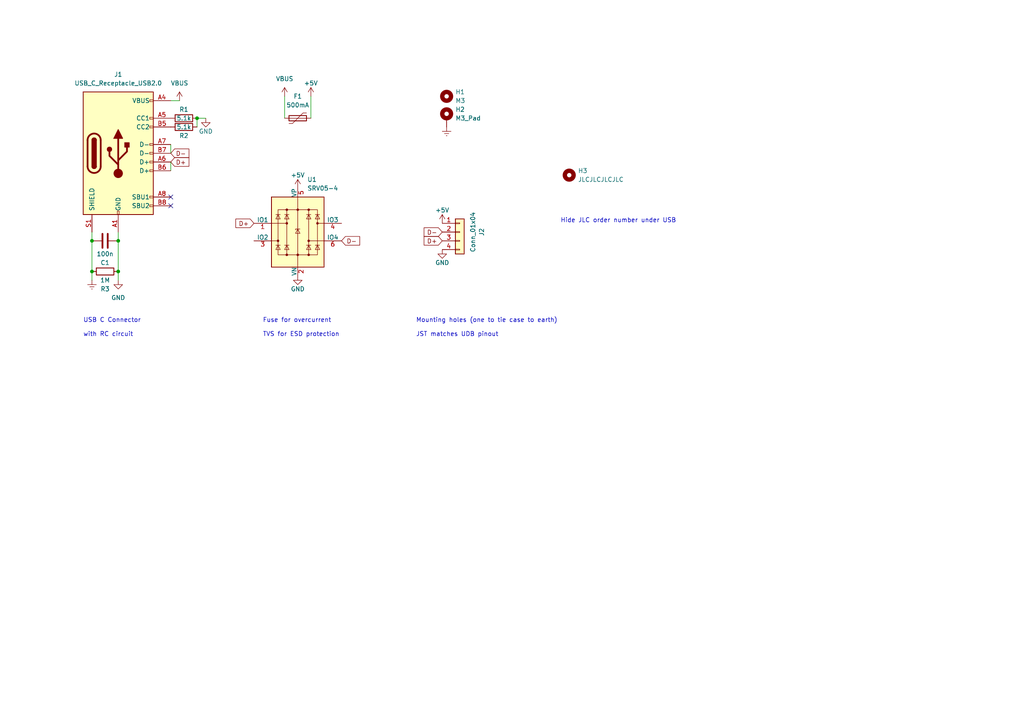
<source format=kicad_sch>
(kicad_sch (version 20211123) (generator eeschema)
  (paper "A4")
  (lib_symbols
    (symbol "Connector:USB_C_Receptacle_USB2.0" (pin_names (offset 1.016))
      (property "Reference" "J" (at -10.16 19.05 0))
      (property "Value" "USB_C_Receptacle_USB2.0" (at 19.05 19.05 0))
      (symbol "USB_C_Receptacle_USB2.0_0_0"
        (rectangle (start -0.254 -17.78) (end 0.254 -16.764))
        (rectangle (start 10.16 -14.986) (end 9.144 -15.494))
        (rectangle (start 10.16 -12.446) (end 9.144 -12.954))
        (rectangle (start 10.16 -4.826) (end 9.144 -5.334))
        (rectangle (start 10.16 -2.286) (end 9.144 -2.794))
        (rectangle (start 10.16 0.254) (end 9.144 -0.254))
        (rectangle (start 10.16 2.794) (end 9.144 2.286))
        (rectangle (start 10.16 7.874) (end 9.144 7.366))
        (rectangle (start 10.16 10.414) (end 9.144 9.906))
        (rectangle (start 10.16 15.494) (end 9.144 14.986))
      )
      (symbol "USB_C_Receptacle_USB2.0_0_1"
        (rectangle (start -10.16 17.78) (end 10.16 -17.78) (stroke (width 0.254)) (fill (type background)))
        (arc (start -8.89 -3.81) (mid -6.985 -5.715) (end -5.08 -3.81) (stroke (width 0.508)))
        (arc (start -7.62 -3.81) (mid -6.985 -4.445) (end -6.35 -3.81) (stroke (width 0.254)))
        (arc (start -7.62 -3.81) (mid -6.985 -4.445) (end -6.35 -3.81) (stroke (width 0.254)) (fill (type outline)))
        (rectangle (start -7.62 -3.81) (end -6.35 3.81) (stroke (width 0.254)) (fill (type outline)))
        (arc (start -6.35 3.81) (mid -6.985 4.445) (end -7.62 3.81) (stroke (width 0.254)))
        (arc (start -6.35 3.81) (mid -6.985 4.445) (end -7.62 3.81) (stroke (width 0.254)) (fill (type outline)))
        (arc (start -5.08 3.81) (mid -6.985 5.715) (end -8.89 3.81) (stroke (width 0.508)))
        (circle (center -2.54 1.143) (radius 0.635) (stroke (width 0.254)) (fill (type outline)))
        (circle (center 0 -5.842) (radius 1.27) (fill (type outline)))
        (polyline (pts (xy -8.89 -3.81) (xy -8.89 3.81)) (stroke (width 0.508)))
        (polyline (pts (xy -5.08 3.81) (xy -5.08 -3.81)) (stroke (width 0.508)))
        (polyline (pts (xy 0 -5.842) (xy 0 4.318)) (stroke (width 0.508)))
        (polyline (pts (xy 0 -3.302) (xy -2.54 -0.762) (xy -2.54 0.508)) (stroke (width 0.508)))
        (polyline (pts (xy 0 -2.032) (xy 2.54 0.508) (xy 2.54 1.778)) (stroke (width 0.508)))
        (polyline (pts (xy -1.27 4.318) (xy 0 6.858) (xy 1.27 4.318) (xy -1.27 4.318)) (stroke (width 0.254)) (fill (type outline)))
        (rectangle (start 1.905 1.778) (end 3.175 3.048) (stroke (width 0.254)) (fill (type outline)))
      )
      (symbol "USB_C_Receptacle_USB2.0_1_1"
        (pin passive line (at 0 -22.86 90) (length 5.08) (name "GND") (number "A1"))
        (pin passive line (at 0 -22.86 90) (length 5.08) hide (name "GND") (number "A12"))
        (pin passive line (at 15.24 15.24 180) (length 5.08) (name "VBUS") (number "A4"))
        (pin bidirectional line (at 15.24 10.16 180) (length 5.08) (name "CC1") (number "A5"))
        (pin bidirectional line (at 15.24 -2.54 180) (length 5.08) (name "D+") (number "A6"))
        (pin bidirectional line (at 15.24 2.54 180) (length 5.08) (name "D-") (number "A7"))
        (pin bidirectional line (at 15.24 -12.7 180) (length 5.08) (name "SBU1") (number "A8"))
        (pin passive line (at 15.24 15.24 180) (length 5.08) hide (name "VBUS") (number "A9"))
        (pin passive line (at 0 -22.86 90) (length 5.08) hide (name "GND") (number "B1"))
        (pin passive line (at 0 -22.86 90) (length 5.08) hide (name "GND") (number "B12"))
        (pin passive line (at 15.24 15.24 180) (length 5.08) hide (name "VBUS") (number "B4"))
        (pin bidirectional line (at 15.24 7.62 180) (length 5.08) (name "CC2") (number "B5"))
        (pin bidirectional line (at 15.24 -5.08 180) (length 5.08) (name "D+") (number "B6"))
        (pin bidirectional line (at 15.24 0 180) (length 5.08) (name "D-") (number "B7"))
        (pin bidirectional line (at 15.24 -15.24 180) (length 5.08) (name "SBU2") (number "B8"))
        (pin passive line (at 15.24 15.24 180) (length 5.08) hide (name "VBUS") (number "B9"))
        (pin passive line (at -7.62 -22.86 90) (length 5.08) (name "SHIELD") (number "S1"))
      )
    )
    (symbol "Connector_Generic:Conn_01x04" (pin_names (offset 1.016) hide)
      (property "Reference" "J" (at 0 5.08 0))
      (property "Value" "Conn_01x04" (at 0 -7.62 0))
      (symbol "Conn_01x04_1_1"
        (rectangle (start -1.27 -4.953) (end 0 -5.207) (stroke (width 0.1524)))
        (rectangle (start -1.27 -2.413) (end 0 -2.667) (stroke (width 0.1524)))
        (rectangle (start -1.27 0.127) (end 0 -0.127) (stroke (width 0.1524)))
        (rectangle (start -1.27 2.667) (end 0 2.413) (stroke (width 0.1524)))
        (rectangle (start -1.27 3.81) (end 1.27 -6.35) (stroke (width 0.254)) (fill (type background)))
        (pin passive line (at -5.08 2.54 0) (length 3.81) (name "Pin_1") (number "1"))
        (pin passive line (at -5.08 0 0) (length 3.81) (name "Pin_2") (number "2"))
        (pin passive line (at -5.08 -2.54 0) (length 3.81) (name "Pin_3") (number "3"))
        (pin passive line (at -5.08 -5.08 0) (length 3.81) (name "Pin_4") (number "4"))
      )
    )
    (symbol "Device:C" (pin_numbers hide) (pin_names (offset 0.254))
      (property "Reference" "C" (at 0.635 2.54 0))
      (property "Value" "C" (at 0.635 -2.54 0))
      (symbol "C_0_1"
        (polyline (pts (xy -2.032 -0.762) (xy 2.032 -0.762)) (stroke (width 0.508)))
        (polyline (pts (xy -2.032 0.762) (xy 2.032 0.762)) (stroke (width 0.508)))
      )
      (symbol "C_1_1"
        (pin passive line (at 0 3.81 270) (length 2.794) (name "~") (number "1"))
        (pin passive line (at 0 -3.81 90) (length 2.794) (name "~") (number "2"))
      )
    )
    (symbol "Device:Polyfuse" (pin_numbers hide) (pin_names (offset 0))
      (property "Reference" "F" (at -2.54 0 90))
      (property "Value" "Polyfuse" (at 2.54 0 90))
      (symbol "Polyfuse_0_1"
        (rectangle (start -0.762 2.54) (end 0.762 -2.54) (stroke (width 0.254)))
        (polyline (pts (xy 0 2.54) (xy 0 -2.54)))
        (polyline (pts (xy -1.524 2.54) (xy -1.524 1.524) (xy 1.524 -1.524) (xy 1.524 -2.54)))
      )
      (symbol "Polyfuse_1_1"
        (pin passive line (at 0 3.81 270) (length 1.27) (name "~") (number "1"))
        (pin passive line (at 0 -3.81 90) (length 1.27) (name "~") (number "2"))
      )
    )
    (symbol "Device:R" (pin_numbers hide) (pin_names (offset 0))
      (property "Reference" "R" (at 2.032 0 90))
      (property "Value" "R" (at 0 0 90))
      (symbol "R_0_1"
        (rectangle (start -1.016 -2.54) (end 1.016 2.54) (stroke (width 0.254)))
      )
      (symbol "R_1_1"
        (pin passive line (at 0 3.81 270) (length 1.27) (name "~") (number "1"))
        (pin passive line (at 0 -3.81 90) (length 1.27) (name "~") (number "2"))
      )
    )
    (symbol "Mechanical:MountingHole" (pin_names (offset 1.016))
      (property "Reference" "H" (at 0 5.08 0))
      (property "Value" "MountingHole" (at 0 3.175 0))
      (symbol "MountingHole_0_1"
        (circle (center 0 0) (radius 1.27) (stroke (width 1.27)))
      )
    )
    (symbol "Mechanical:MountingHole_Pad" (pin_numbers hide) (pin_names (offset 1.016) hide)
      (property "Reference" "H" (at 0 6.35 0))
      (property "Value" "MountingHole_Pad" (at 0 4.445 0))
      (symbol "MountingHole_Pad_0_1"
        (circle (center 0 1.27) (radius 1.27) (stroke (width 1.27)))
      )
      (symbol "MountingHole_Pad_1_1"
        (pin input line (at 0 -2.54 90) (length 2.54) (name "1") (number "1"))
      )
    )
    (symbol "Power_Protection:SRV05-4" (pin_names (offset 0))
      (property "Reference" "U" (at -5.08 11.43 0))
      (property "Value" "SRV05-4" (at 2.54 11.43 0))
      (symbol "SRV05-4_0_0"
        (rectangle (start -5.715 6.477) (end 5.715 -6.604))
        (polyline (pts (xy -3.175 -6.604) (xy -3.175 6.477)))
        (polyline (pts (xy 3.175 6.477) (xy 3.175 -6.604)))
      )
      (symbol "SRV05-4_0_1"
        (rectangle (start -7.62 10.16) (end 7.62 -10.16) (stroke (width 0.254)) (fill (type background)))
        (circle (center -5.715 -2.54) (radius 0.2794) (fill (type outline)))
        (circle (center -3.175 -6.604) (radius 0.2794) (fill (type outline)))
        (circle (center -3.175 2.54) (radius 0.2794) (fill (type outline)))
        (circle (center -3.175 6.477) (radius 0.2794) (fill (type outline)))
        (circle (center 0 -6.604) (radius 0.2794) (fill (type outline)))
        (polyline (pts (xy -7.747 2.54) (xy -3.175 2.54)))
        (polyline (pts (xy -7.62 -2.54) (xy -5.715 -2.54)))
        (polyline (pts (xy -5.08 -3.81) (xy -6.35 -3.81)))
        (polyline (pts (xy -5.08 5.08) (xy -6.35 5.08)))
        (polyline (pts (xy -2.54 -3.81) (xy -3.81 -3.81)))
        (polyline (pts (xy -2.54 5.08) (xy -3.81 5.08)))
        (polyline (pts (xy 0 10.16) (xy 0 -10.16)))
        (polyline (pts (xy 3.81 -3.81) (xy 2.54 -3.81)))
        (polyline (pts (xy 3.81 5.08) (xy 2.54 5.08)))
        (polyline (pts (xy 6.35 -3.81) (xy 5.08 -3.81)))
        (polyline (pts (xy 6.35 5.08) (xy 5.08 5.08)))
        (polyline (pts (xy 7.62 -2.54) (xy 3.175 -2.54)))
        (polyline (pts (xy 7.62 2.54) (xy 5.715 2.54)))
        (polyline (pts (xy 0.635 0.889) (xy -0.635 0.889) (xy -0.635 0.635)))
        (polyline (pts (xy -5.08 -5.08) (xy -6.35 -5.08) (xy -5.715 -3.81) (xy -5.08 -5.08)))
        (polyline (pts (xy -5.08 3.81) (xy -6.35 3.81) (xy -5.715 5.08) (xy -5.08 3.81)))
        (polyline (pts (xy -2.54 -5.08) (xy -3.81 -5.08) (xy -3.175 -3.81) (xy -2.54 -5.08)))
        (polyline (pts (xy -2.54 3.81) (xy -3.81 3.81) (xy -3.175 5.08) (xy -2.54 3.81)))
        (polyline (pts (xy 0.635 -0.381) (xy -0.635 -0.381) (xy 0 0.889) (xy 0.635 -0.381)))
        (polyline (pts (xy 3.81 -5.08) (xy 2.54 -5.08) (xy 3.175 -3.81) (xy 3.81 -5.08)))
        (polyline (pts (xy 3.81 3.81) (xy 2.54 3.81) (xy 3.175 5.08) (xy 3.81 3.81)))
        (polyline (pts (xy 6.35 -5.08) (xy 5.08 -5.08) (xy 5.715 -3.81) (xy 6.35 -5.08)))
        (polyline (pts (xy 6.35 3.81) (xy 5.08 3.81) (xy 5.715 5.08) (xy 6.35 3.81)))
        (circle (center 0 6.477) (radius 0.2794) (fill (type outline)))
        (circle (center 3.175 -6.604) (radius 0.2794) (fill (type outline)))
        (circle (center 3.175 -2.54) (radius 0.2794) (fill (type outline)))
        (circle (center 3.175 6.477) (radius 0.2794) (fill (type outline)))
        (circle (center 5.715 2.54) (radius 0.2794) (fill (type outline)))
      )
      (symbol "SRV05-4_1_1"
        (pin passive line (at -12.7 2.54 0) (length 5.08) (name "IO1") (number "1"))
        (pin passive line (at 0 -12.7 90) (length 2.54) (name "VN") (number "2"))
        (pin passive line (at -12.7 -2.54 0) (length 5.08) (name "IO2") (number "3"))
        (pin passive line (at 12.7 2.54 180) (length 5.08) (name "IO3") (number "4"))
        (pin passive line (at 0 12.7 270) (length 2.54) (name "VP") (number "5"))
        (pin passive line (at 12.7 -2.54 180) (length 5.08) (name "IO4") (number "6"))
      )
    )
    (symbol "power:+5V" (power) (pin_names (offset 0))
      (property "Value" "+5V" (at 0 3.556 0))
      (symbol "+5V_0_1"
        (polyline (pts (xy -0.762 1.27) (xy 0 2.54)))
        (polyline (pts (xy 0 0) (xy 0 2.54)))
        (polyline (pts (xy 0 2.54) (xy 0.762 1.27)))
      )
      (symbol "+5V_1_1"
        (pin power_in line (at 0 0 90) (length 0) hide (name "+5V") (number "1"))
      )
    )
    (symbol "power:Earth" (power) (pin_names (offset 0))
      (symbol "Earth_0_1"
        (polyline (pts (xy -0.635 -1.905) (xy 0.635 -1.905)))
        (polyline (pts (xy -0.127 -2.54) (xy 0.127 -2.54)))
        (polyline (pts (xy 0 -1.27) (xy 0 0)))
        (polyline (pts (xy 1.27 -1.27) (xy -1.27 -1.27)))
      )
      (symbol "Earth_1_1"
        (pin power_in line (at 0 0 270) (length 0) hide (name "Earth") (number "1"))
      )
    )
    (symbol "power:GND" (power) (pin_names (offset 0))
      (property "Value" "GND" (at 0 -3.81 0))
      (symbol "GND_0_1"
        (polyline (pts (xy 0 0) (xy 0 -1.27) (xy 1.27 -1.27) (xy 0 -2.54) (xy -1.27 -1.27) (xy 0 -1.27)))
      )
      (symbol "GND_1_1"
        (pin power_in line (at 0 0 270) (length 0) hide (name "GND") (number "1"))
      )
    )
    (symbol "power:VBUS" (power) (pin_names (offset 0))
      (property "Value" "VBUS" (at 0 3.81 0))
      (symbol "VBUS_0_1"
        (polyline (pts (xy -0.762 1.27) (xy 0 2.54)))
        (polyline (pts (xy 0 0) (xy 0 2.54)))
        (polyline (pts (xy 0 2.54) (xy 0.762 1.27)))
      )
      (symbol "VBUS_1_1"
        (pin power_in line (at 0 0 90) (length 0) hide (name "VBUS") (number "1"))
      )
    )
  )
  (junction (at 34.29 78.74))
  (junction (at 34.29 69.85))
  (junction (at 26.67 69.85))
  (junction (at 57.15 34.29))
  (junction (at 26.67 78.74))
  (no_connect (at 49.53 57.15))
  (no_connect (at 49.53 59.69))
  (wire (pts (xy 90.17 27.94) (xy 90.17 34.29)))
  (wire (pts (xy 34.29 67.31) (xy 34.29 69.85)))
  (wire (pts (xy 49.53 41.91) (xy 49.53 44.45)))
  (wire (pts (xy 82.55 27.94) (xy 82.55 34.29)))
  (wire (pts (xy 57.15 34.29) (xy 57.15 36.83)))
  (wire (pts (xy 49.53 46.99) (xy 49.53 49.53)))
  (wire (pts (xy 26.67 69.85) (xy 26.67 78.74)))
  (wire (pts (xy 34.29 69.85) (xy 34.29 78.74)))
  (wire (pts (xy 26.67 78.74) (xy 26.67 81.28)))
  (wire (pts (xy 26.67 67.31) (xy 26.67 69.85)))
  (wire (pts (xy 34.29 78.74) (xy 34.29 81.28)))
  (wire (pts (xy 59.69 34.29) (xy 57.15 34.29)))
  (wire (pts (xy 49.53 29.21) (xy 52.07 29.21)))
  (text "USB C Connector\n\nwith RC circuit" (at 24.13 97.79 0) (effects (font (size 1.27 1.27)) (justify left bottom)))
  (text "Fuse for overcurrent\n\nTVS for ESD protection" (at 76.2 97.79 0) (effects (font (size 1.27 1.27)) (justify left bottom)))
  (text "Hide JLC order number under USB" (at 162.56 64.77 0) (effects (font (size 1.27 1.27)) (justify left bottom)))
  (text "Mounting holes (one to tie case to earth)\n\nJST matches UDB pinout" (at 120.65 97.79 0) (effects (font (size 1.27 1.27)) (justify left bottom)))
  (global_label "D+" (shape input) (at 49.53 46.99 0) (property "Intersheet References" "${INTERSHEET_REFS}" (effects hide)))
  (global_label "D-" (shape input) (at 128.27 67.31 180) (property "Intersheet References" "${INTERSHEET_REFS}" (effects hide)))
  (global_label "D-" (shape input) (at 99.06 69.85 0) (property "Intersheet References" "${INTERSHEET_REFS}" (effects hide)))
  (global_label "D+" (shape input) (at 73.66 64.77 180) (property "Intersheet References" "${INTERSHEET_REFS}" (effects hide)))
  (global_label "D+" (shape input) (at 128.27 69.85 180) (property "Intersheet References" "${INTERSHEET_REFS}" (effects hide)))
  (global_label "D-" (shape input) (at 49.53 44.45 0) (property "Intersheet References" "${INTERSHEET_REFS}" (effects hide)))
  (symbol (lib_id "Connector_Generic:Conn_01x04") (at 133.35 67.31 0) (unit 1)
    (property "Reference" "J2" (at 139.7 67.31 90))
    (property "Value" "Conn_01x04" (at 137.16 67.31 90))
    (property "Footprint" "Crokto:JST_SH_SM04B-SRSS-TB-Handsoldering" (effects hide))
  )
  (symbol (lib_id "power:GND") (at 59.69 34.29 0) (unit 1)
    (property "Reference" "#PWR04" (effects hide))
    (property "Value" "GND" (at 59.69 38.1 0))
  )
  (symbol (lib_id "power:+5V") (at 128.27 64.77 0) (unit 1)
    (property "Reference" "#PWR06" (effects hide))
    (property "Value" "+5V" (at 128.27 60.96 0))
  )
  (symbol (lib_id "power:Earth") (at 26.67 81.28 0) (unit 1)
    (property "Reference" "#PWR010" (effects hide))
    (property "Value" "Earth" (effects hide))
  )
  (symbol (lib_id "power:+5V") (at 86.36 54.61 0) (unit 1)
    (property "Reference" "#PWR05" (effects hide))
    (property "Value" "+5V" (at 86.36 50.8 0))
  )
  (symbol (lib_id "Mechanical:MountingHole") (at 165.1 50.8 0) (unit 1)
    (property "Reference" "H3" (at 167.64 49.5299 0) (effects (justify left)))
    (property "Value" "JLCJLCJLCJLC" (at 167.64 52.0699 0) (effects (justify left)))
    (property "Footprint" "Crokto:JLCJLCJLCJLC" (effects hide))
  )
  (symbol (lib_id "Mechanical:MountingHole_Pad") (at 129.54 34.29 0) (unit 1)
    (property "Reference" "H2" (at 132.08 31.7499 0) (effects (justify left)))
    (property "Value" "M3_Pad" (at 132.08 34.2899 0) (effects (justify left)))
    (property "Footprint" "Crokto:M3_Via_Hole" (effects hide))
  )
  (symbol (lib_id "power:GND") (at 34.29 81.28 0) (unit 1)
    (property "Reference" "#PWR011" (effects hide))
    (property "Value" "GND" (at 34.29 86.36 0))
  )
  (symbol (lib_id "Device:R") (at 53.34 36.83 270) (unit 1)
    (property "Reference" "R2" (at 53.34 39.37 90))
    (property "Value" "5.1k" (at 53.34 36.83 90))
    (property "Footprint" "Crokto:R_0603_1608Metric" (effects hide))
  )
  (symbol (lib_id "Device:C") (at 30.48 69.85 270) (unit 1)
    (property "Reference" "C1" (at 30.48 76.2 90))
    (property "Value" "100n" (at 30.48 73.66 90))
    (property "Footprint" "Capacitor_SMD:C_1206_3216Metric" (effects hide))
  )
  (symbol (lib_id "Power_Protection:SRV05-4") (at 86.36 67.31 0) (unit 1)
    (property "Reference" "U1" (at 89.1287 52.07 0) (effects (justify left)))
    (property "Value" "SRV05-4" (at 89.1287 54.61 0) (effects (justify left)))
    (property "Footprint" "Package_TO_SOT_SMD:SOT-23-6" (effects hide))
    (property "Datasheet" "http://www.onsemi.com/pub/Collateral/SRV05-4-D.PDF" (effects hide))
  )
  (symbol (lib_id "Connector:USB_C_Receptacle_USB2.0") (at 34.29 44.45 0) (unit 1)
    (property "Reference" "J1" (at 34.29 21.59 0))
    (property "Value" "USB_C_Receptacle_USB2.0" (at 34.29 24.13 0))
    (property "Footprint" "Crokto:USB_C_Receptacle_HRO_TYPE-C-31-M-12" (effects hide))
    (property "Datasheet" "https://www.usb.org/sites/default/files/documents/usb_type-c.zip" (effects hide))
  )
  (symbol (lib_id "power:Earth") (at 129.54 36.83 0) (unit 1)
    (property "Reference" "#PWR08" (effects hide))
    (property "Value" "Earth" (effects hide))
  )
  (symbol (lib_id "power:GND") (at 128.27 72.39 0) (unit 1)
    (property "Reference" "#PWR07" (effects hide))
    (property "Value" "GND" (at 128.27 76.2 0))
  )
  (symbol (lib_id "Device:R") (at 53.34 34.29 90) (unit 1)
    (property "Reference" "R1" (at 53.34 31.75 90))
    (property "Value" "5.1k" (at 53.34 34.29 90))
    (property "Footprint" "Crokto:R_0603_1608Metric" (effects hide))
  )
  (symbol (lib_id "power:VBUS") (at 52.07 29.21 0) (unit 1)
    (property "Reference" "#PWR03" (effects hide))
    (property "Value" "VBUS" (at 52.07 24.13 0))
  )
  (symbol (lib_id "Device:R") (at 30.48 78.74 270) (unit 1)
    (property "Reference" "R3" (at 30.48 83.82 90))
    (property "Value" "1M" (at 30.48 81.28 90))
    (property "Footprint" "Resistor_SMD:R_1206_3216Metric" (effects hide))
  )
  (symbol (lib_id "Mechanical:MountingHole") (at 129.54 27.94 0) (unit 1)
    (property "Reference" "H1" (at 132.08 26.6699 0) (effects (justify left)))
    (property "Value" "M3" (at 132.08 29.2099 0) (effects (justify left)))
    (property "Footprint" "Crokto:M3_Via_Hole_NC" (effects hide))
  )
  (symbol (lib_id "Device:Polyfuse") (at 86.36 34.29 90) (unit 1)
    (property "Reference" "F1" (at 86.36 27.94 90))
    (property "Value" "500mA" (at 86.36 30.48 90))
    (property "Footprint" "Fuse:Fuse_1206_3216Metric" (effects hide))
  )
  (symbol (lib_id "power:GND") (at 86.36 80.01 0) (unit 1)
    (property "Reference" "#PWR09" (effects hide))
    (property "Value" "GND" (at 86.36 83.82 0))
  )
  (symbol (lib_id "power:VBUS") (at 82.55 27.94 0) (unit 1)
    (property "Reference" "#PWR01" (effects hide))
    (property "Value" "VBUS" (at 82.55 22.86 0))
  )
  (symbol (lib_id "power:+5V") (at 90.17 27.94 0) (unit 1)
    (property "Reference" "#PWR02" (effects hide))
    (property "Value" "+5V" (at 90.17 24.13 0))
  )
)
</source>
